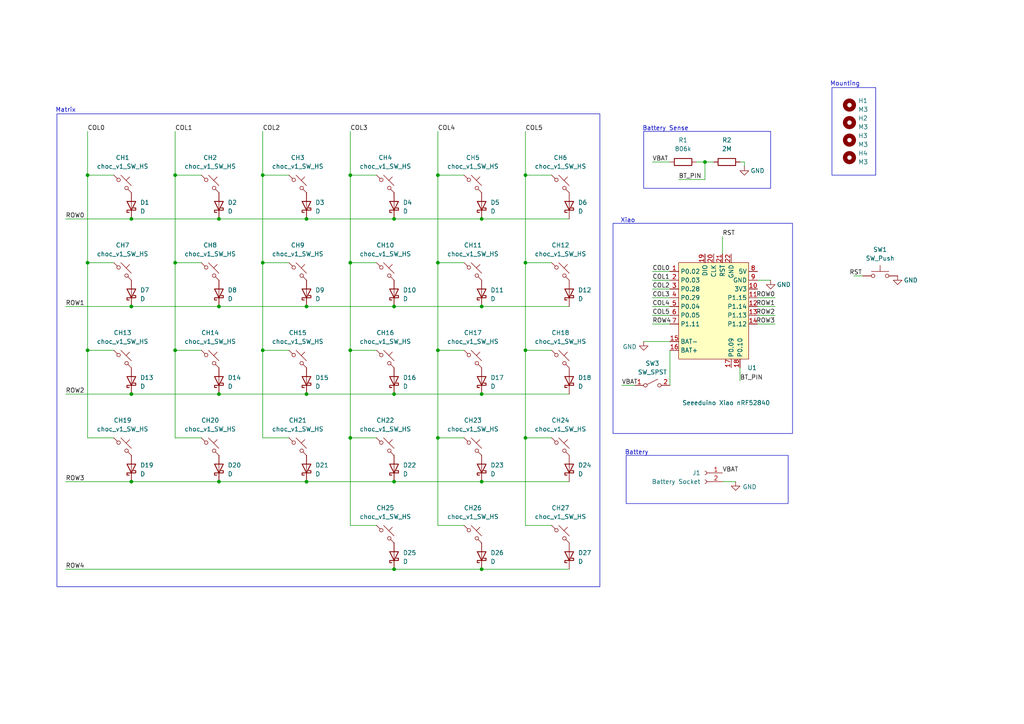
<source format=kicad_sch>
(kicad_sch (version 20250114) (generator "eeschema") (generator_version "9.0")
  (paper "A4")
  (lib_symbols
    (symbol "Connector:Conn_01x02_Socket" (pin_names (offset 1.016) (hide yes))
      (property "Reference" "J" (at 0 2.54 0))
      (property "Value" "Conn_01x02_Socket" (at 0 -5.08 0))
      (symbol "Conn_01x02_Socket_1_1"
        (polyline (pts (xy -1.27 0) (xy -0.508 0)) (stroke (width 0.1524)))
        (polyline (pts (xy -1.27 -2.54) (xy -0.508 -2.54)) (stroke (width 0.1524)))
        (arc (start 0 -0.508) (mid -0.5058 0) (end 0 0.508) (stroke (width 0.1524)))
        (arc (start 0 -3.048) (mid -0.5058 -2.54) (end 0 -2.032) (stroke (width 0.1524)))
        (pin passive line (at -5.08 0 0) (length 3.81) (name "Pin_1") (number "1"))
        (pin passive line (at -5.08 -2.54 0) (length 3.81) (name "Pin_2") (number "2"))
      )
    )
    (symbol "Device:R" (pin_numbers (hide yes)) (pin_names (offset 0))
      (property "Reference" "R" (at 2.032 0 90))
      (property "Value" "R" (at 0 0 90))
      (symbol "R_0_1"
        (rectangle (start -1.016 -2.54) (end 1.016 2.54) (stroke (width 0.254)))
      )
      (symbol "R_1_1"
        (pin passive line (at 0 3.81 270) (length 1.27) (name "~") (number "1"))
        (pin passive line (at 0 -3.81 90) (length 1.27) (name "~") (number "2"))
      )
    )
    (symbol "Diode:1N5819" (pin_numbers (hide yes)) (pin_names (offset 1.016) (hide yes))
      (property "Reference" "D" (at 0 2.54 0))
      (property "Value" "1N5819" (at 0 -2.54 0))
      (symbol "1N5819_0_1"
        (polyline (pts (xy -1.905 0.635) (xy -1.905 1.27) (xy -1.27 1.27) (xy -1.27 -1.27) (xy -0.635 -1.27) (xy -0.635 -0.635)) (stroke (width 0.254)))
        (polyline (pts (xy 1.27 1.27) (xy 1.27 -1.27) (xy -1.27 0) (xy 1.27 1.27)) (stroke (width 0.254)))
        (polyline (pts (xy 1.27 0) (xy -1.27 0)))
      )
      (symbol "1N5819_1_1"
        (pin passive line (at -3.81 0 0) (length 2.54) (name "K") (number "1"))
        (pin passive line (at 3.81 0 180) (length 2.54) (name "A") (number "2"))
      )
    )
    (symbol "Mechanical:MountingHole" (pin_names (offset 1.016)) (in_bom no)
      (property "Reference" "H" (at 0 5.08 0))
      (property "Value" "MountingHole" (at 0 3.175 0))
      (symbol "MountingHole_0_1"
        (circle (center 0 0) (radius 1.27) (stroke (width 1.27)))
      )
    )
    (symbol "PCM_marbastlib-choc:choc_v1_SW_HS_CPG135001S30" (pin_numbers (hide yes)) (pin_names (offset 1.016) (hide yes))
      (property "Reference" "CH" (at 3.048 1.016 0))
      (property "Value" "choc_v1_SW_HS" (at 0 -3.81 0))
      (symbol "choc_v1_SW_HS_CPG135001S30_0_1"
        (polyline (pts (xy -2.54 2.54) (xy -1.524 1.524) (xy -1.524 1.524)))
        (circle (center -1.1684 1.1684) (radius 0.508))
        (polyline (pts (xy -0.508 2.54) (xy 2.54 -0.508)))
        (polyline (pts (xy 1.016 1.016) (xy 2.032 2.032)))
        (circle (center 1.143 -1.1938) (radius 0.508))
        (polyline (pts (xy 1.524 -1.524) (xy 2.54 -2.54) (xy 2.54 -2.54) (xy 2.54 -2.54)))
        (pin passive line (at -2.54 2.54 0) (length 0) (name "1") (number "1"))
        (pin passive line (at 2.54 -2.54 180) (length 0) (name "2") (number "2"))
      )
    )
    (symbol "PCM_marbastlib-promicroish:Seeeduino_Xiao_nRF52840" (in_bom no)
      (property "Reference" "U" (at -10.16 -12.7 0))
      (property "Value" "Seeeduino Xiao nRF52840" (at -10.16 -15.24 0))
      (symbol "Seeeduino_Xiao_nRF52840_1_0"
        (pin bidirectional line (at -12.7 13.97 0) (length 2.54) (name "P0.02") (number "1"))
        (pin bidirectional line (at -12.7 11.43 0) (length 2.54) (name "P0.03") (number "2"))
        (pin bidirectional line (at -12.7 8.89 0) (length 2.54) (name "P0.28") (number "3"))
        (pin bidirectional line (at -12.7 6.35 0) (length 2.54) (name "P0.29") (number "4"))
        (pin bidirectional line (at -12.7 3.81 0) (length 2.54) (name "P0.04") (number "5"))
        (pin bidirectional line (at -12.7 1.27 0) (length 2.54) (name "P0.05") (number "6"))
        (pin bidirectional line (at -12.7 -1.27 0) (length 2.54) (name "P1.11") (number "7"))
        (pin power_in line (at -12.7 -6.35 0) (length 2.54) (name "BAT-") (number "15"))
        (pin power_in line (at -12.7 -8.89 0) (length 2.54) (name "BAT+") (number "16"))
        (pin bidirectional line (at -2.54 19.05 270) (length 2.54) (name "DIO") (number "19"))
        (pin bidirectional line (at 0 19.05 270) (length 2.54) (name "CLK") (number "20"))
        (pin bidirectional line (at 2.54 19.05 270) (length 2.54) (name "RST") (number "21"))
        (pin power_out line (at 5.08 19.05 270) (length 2.54) (name "GND") (number "22"))
        (pin bidirectional line (at 5.08 -13.97 90) (length 2.54) (name "P0.09") (number "17"))
        (pin bidirectional line (at 7.62 -13.97 90) (length 2.54) (name "P0.10") (number "18"))
        (pin power_out line (at 12.7 13.97 180) (length 2.54) (name "5V") (number "8"))
        (pin power_out line (at 12.7 11.43 180) (length 2.54) (name "GND") (number "9"))
        (pin power_out line (at 12.7 8.89 180) (length 2.54) (name "3V3") (number "10"))
        (pin bidirectional line (at 12.7 6.35 180) (length 2.54) (name "P1.15") (number "11"))
        (pin bidirectional line (at 12.7 3.81 180) (length 2.54) (name "P1.14") (number "12"))
        (pin bidirectional line (at 12.7 1.27 180) (length 2.54) (name "P1.13") (number "13"))
        (pin bidirectional line (at 12.7 -1.27 180) (length 2.54) (name "P1.12") (number "14"))
      )
      (symbol "Seeeduino_Xiao_nRF52840_1_1"
        (rectangle (start -10.16 16.51) (end 10.16 -11.43) (fill (type background)))
      )
    )
    (symbol "Switch:SW_Push" (pin_numbers (hide yes)) (pin_names (offset 1.016) (hide yes))
      (property "Reference" "SW" (at 1.27 2.54 0))
      (property "Value" "SW_Push" (at 0 -1.524 0))
      (symbol "SW_Push_0_1"
        (circle (center -2.032 0) (radius 0.508))
        (polyline (pts (xy 0 1.27) (xy 0 3.048)))
        (circle (center 2.032 0) (radius 0.508))
        (polyline (pts (xy 2.54 1.27) (xy -2.54 1.27)))
        (pin passive line (at -5.08 0 0) (length 2.54) (name "1") (number "1"))
        (pin passive line (at 5.08 0 180) (length 2.54) (name "2") (number "2"))
      )
    )
    (symbol "Switch:SW_SPST" (pin_names (offset 0) (hide yes))
      (property "Reference" "SW" (at 0 3.175 0))
      (property "Value" "SW_SPST" (at 0 -2.54 0))
      (symbol "SW_SPST_0_0"
        (circle (center -2.032 0) (radius 0.508))
        (polyline (pts (xy -1.524 0.254) (xy 1.524 1.778)))
        (circle (center 2.032 0) (radius 0.508))
      )
      (symbol "SW_SPST_1_1"
        (pin passive line (at -5.08 0 0) (length 2.54) (name "A") (number "1"))
        (pin passive line (at 5.08 0 180) (length 2.54) (name "B") (number "2"))
      )
    )
    (symbol "power:GND" (power) (pin_numbers (hide yes)) (pin_names (offset 0) (hide yes))
      (property "Value" "GND" (at 0 -3.81 0))
      (symbol "GND_0_1"
        (polyline (pts (xy 0 0) (xy 0 -1.27) (xy 1.27 -1.27) (xy 0 -2.54) (xy -1.27 -1.27) (xy 0 -1.27)))
      )
      (symbol "GND_1_1"
        (pin power_in line (at 0 0 270) (length 0) (name "~") (number "1"))
      )
    )
  )
  (rectangle (start 241.3 25.4) (end 254 50.8))
  (rectangle (start 181.61 132.08) (end 228.6 146.05))
  (rectangle (start 16.51 33.02) (end 173.99 170.18))
  (rectangle (start 177.8 64.77) (end 229.87 125.73))
  (rectangle (start 186.69 38.1) (end 223.52 54.61))
  (text "Battery Sense" (at 193.04 37.338 0) (effects (font (size 1.27 1.27))))
  (text "Xiao" (at 182.118 64.008 0) (effects (font (size 1.27 1.27))))
  (text "Mounting" (at 245.11 24.384 0) (effects (font (size 1.27 1.27))))
  (text "Battery" (at 184.658 131.318 0) (effects (font (size 1.27 1.27))))
  (text "Matrix" (at 19.05 32.004 0) (effects (font (size 1.27 1.27))))
  (junction (at 127 127))
  (junction (at 76.2 101.6))
  (junction (at 63.5 88.9))
  (junction (at 25.4 76.2))
  (junction (at 88.9 63.5))
  (junction (at 204.47 46.99))
  (junction (at 38.1 63.5))
  (junction (at 114.3 63.5))
  (junction (at 114.3 114.3))
  (junction (at 139.7 63.5))
  (junction (at 114.3 139.7))
  (junction (at 127 50.8))
  (junction (at 63.5 63.5))
  (junction (at 139.7 88.9))
  (junction (at 139.7 114.3))
  (junction (at 152.4 101.6))
  (junction (at 88.9 88.9))
  (junction (at 50.8 76.2))
  (junction (at 25.4 101.6))
  (junction (at 88.9 139.7))
  (junction (at 139.7 165.1))
  (junction (at 63.5 114.3))
  (junction (at 127 101.6))
  (junction (at 114.3 88.9))
  (junction (at 127 76.2))
  (junction (at 25.4 50.8))
  (junction (at 38.1 114.3))
  (junction (at 101.6 127))
  (junction (at 88.9 114.3))
  (junction (at 50.8 101.6))
  (junction (at 76.2 76.2))
  (junction (at 50.8 50.8))
  (junction (at 76.2 50.8))
  (junction (at 101.6 50.8))
  (junction (at 38.1 88.9))
  (junction (at 152.4 127))
  (junction (at 152.4 76.2))
  (junction (at 63.5 139.7))
  (junction (at 38.1 139.7))
  (junction (at 101.6 101.6))
  (junction (at 101.6 76.2))
  (junction (at 152.4 50.8))
  (junction (at 114.3 165.1))
  (junction (at 139.7 139.7))
  (wire (pts (xy 38.1 88.9) (xy 63.5 88.9)))
  (wire (pts (xy 127 127) (xy 127 152.4)))
  (wire (pts (xy 25.4 50.8) (xy 33.02 50.8)))
  (wire (pts (xy 114.3 139.7) (xy 139.7 139.7)))
  (wire (pts (xy 114.3 88.9) (xy 139.7 88.9)))
  (wire (pts (xy 76.2 127) (xy 83.82 127)))
  (wire (pts (xy 76.2 50.8) (xy 83.82 50.8)))
  (wire (pts (xy 25.4 38.1) (xy 25.4 50.8)))
  (wire (pts (xy 139.7 114.3) (xy 165.1 114.3)))
  (wire (pts (xy 219.71 81.28) (xy 223.52 81.28)))
  (wire (pts (xy 139.7 165.1) (xy 165.1 165.1)))
  (wire (pts (xy 101.6 101.6) (xy 101.6 127)))
  (wire (pts (xy 19.05 165.1) (xy 114.3 165.1)))
  (wire (pts (xy 204.47 52.07) (xy 196.85 52.07)))
  (wire (pts (xy 50.8 101.6) (xy 58.42 101.6)))
  (wire (pts (xy 204.47 46.99) (xy 204.47 52.07)))
  (wire (pts (xy 101.6 50.8) (xy 109.22 50.8)))
  (wire (pts (xy 63.5 114.3) (xy 88.9 114.3)))
  (wire (pts (xy 88.9 88.9) (xy 114.3 88.9)))
  (wire (pts (xy 101.6 101.6) (xy 109.22 101.6)))
  (wire (pts (xy 152.4 127) (xy 160.02 127)))
  (wire (pts (xy 189.23 78.74) (xy 194.31 78.74)))
  (wire (pts (xy 88.9 63.5) (xy 114.3 63.5)))
  (wire (pts (xy 152.4 76.2) (xy 160.02 76.2)))
  (wire (pts (xy 127 101.6) (xy 134.62 101.6)))
  (wire (pts (xy 76.2 101.6) (xy 83.82 101.6)))
  (wire (pts (xy 214.63 106.68) (xy 214.63 110.49)))
  (wire (pts (xy 152.4 76.2) (xy 152.4 101.6)))
  (wire (pts (xy 76.2 76.2) (xy 83.82 76.2)))
  (wire (pts (xy 152.4 50.8) (xy 152.4 76.2)))
  (wire (pts (xy 189.23 86.36) (xy 194.31 86.36)))
  (wire (pts (xy 189.23 93.98) (xy 194.31 93.98)))
  (wire (pts (xy 224.79 86.36) (xy 219.71 86.36)))
  (wire (pts (xy 152.4 38.1) (xy 152.4 50.8)))
  (wire (pts (xy 114.3 165.1) (xy 139.7 165.1)))
  (wire (pts (xy 134.62 152.4) (xy 127 152.4)))
  (wire (pts (xy 189.23 88.9) (xy 194.31 88.9)))
  (wire (pts (xy 189.23 83.82) (xy 194.31 83.82)))
  (wire (pts (xy 101.6 38.1) (xy 101.6 50.8)))
  (wire (pts (xy 201.93 46.99) (xy 204.47 46.99)))
  (wire (pts (xy 101.6 50.8) (xy 101.6 76.2)))
  (wire (pts (xy 215.9 46.99) (xy 215.9 48.26)))
  (wire (pts (xy 152.4 101.6) (xy 152.4 127)))
  (wire (pts (xy 25.4 127) (xy 33.02 127)))
  (wire (pts (xy 76.2 50.8) (xy 76.2 76.2)))
  (wire (pts (xy 50.8 127) (xy 58.42 127)))
  (wire (pts (xy 38.1 114.3) (xy 63.5 114.3)))
  (wire (pts (xy 127 38.1) (xy 127 50.8)))
  (wire (pts (xy 139.7 63.5) (xy 165.1 63.5)))
  (wire (pts (xy 209.55 68.58) (xy 209.55 73.66)))
  (wire (pts (xy 38.1 139.7) (xy 63.5 139.7)))
  (wire (pts (xy 127 127) (xy 134.62 127)))
  (wire (pts (xy 114.3 114.3) (xy 139.7 114.3)))
  (wire (pts (xy 114.3 63.5) (xy 139.7 63.5)))
  (wire (pts (xy 139.7 88.9) (xy 165.1 88.9)))
  (wire (pts (xy 139.7 139.7) (xy 165.1 139.7)))
  (wire (pts (xy 224.79 88.9) (xy 219.71 88.9)))
  (wire (pts (xy 204.47 46.99) (xy 207.01 46.99)))
  (wire (pts (xy 50.8 50.8) (xy 50.8 76.2)))
  (wire (pts (xy 127 76.2) (xy 127 101.6)))
  (wire (pts (xy 25.4 101.6) (xy 25.4 127)))
  (wire (pts (xy 101.6 76.2) (xy 109.22 76.2)))
  (wire (pts (xy 127 50.8) (xy 134.62 50.8)))
  (wire (pts (xy 25.4 76.2) (xy 33.02 76.2)))
  (wire (pts (xy 25.4 101.6) (xy 33.02 101.6)))
  (wire (pts (xy 101.6 127) (xy 101.6 152.4)))
  (wire (pts (xy 224.79 91.44) (xy 219.71 91.44)))
  (wire (pts (xy 19.05 88.9) (xy 38.1 88.9)))
  (wire (pts (xy 180.34 111.76) (xy 184.15 111.76)))
  (wire (pts (xy 88.9 114.3) (xy 114.3 114.3)))
  (wire (pts (xy 101.6 127) (xy 109.22 127)))
  (wire (pts (xy 25.4 50.8) (xy 25.4 76.2)))
  (wire (pts (xy 209.55 139.7) (xy 213.36 139.7)))
  (wire (pts (xy 189.23 81.28) (xy 194.31 81.28)))
  (wire (pts (xy 101.6 76.2) (xy 101.6 101.6)))
  (wire (pts (xy 101.6 152.4) (xy 109.22 152.4)))
  (wire (pts (xy 214.63 46.99) (xy 215.9 46.99)))
  (wire (pts (xy 25.4 76.2) (xy 25.4 101.6)))
  (wire (pts (xy 50.8 38.1) (xy 50.8 50.8)))
  (wire (pts (xy 76.2 76.2) (xy 76.2 101.6)))
  (wire (pts (xy 19.05 63.5) (xy 38.1 63.5)))
  (wire (pts (xy 152.4 50.8) (xy 160.02 50.8)))
  (wire (pts (xy 160.02 152.4) (xy 152.4 152.4)))
  (wire (pts (xy 194.31 101.6) (xy 194.31 111.76)))
  (wire (pts (xy 189.23 46.99) (xy 194.31 46.99)))
  (wire (pts (xy 38.1 63.5) (xy 63.5 63.5)))
  (wire (pts (xy 19.05 139.7) (xy 38.1 139.7)))
  (wire (pts (xy 76.2 38.1) (xy 76.2 50.8)))
  (wire (pts (xy 63.5 63.5) (xy 88.9 63.5)))
  (wire (pts (xy 152.4 127) (xy 152.4 152.4)))
  (wire (pts (xy 63.5 139.7) (xy 88.9 139.7)))
  (wire (pts (xy 50.8 50.8) (xy 58.42 50.8)))
  (wire (pts (xy 127 76.2) (xy 134.62 76.2)))
  (wire (pts (xy 76.2 101.6) (xy 76.2 127)))
  (wire (pts (xy 50.8 76.2) (xy 50.8 101.6)))
  (wire (pts (xy 63.5 88.9) (xy 88.9 88.9)))
  (wire (pts (xy 247.65 80.01) (xy 250.19 80.01)))
  (wire (pts (xy 19.05 114.3) (xy 38.1 114.3)))
  (wire (pts (xy 152.4 101.6) (xy 160.02 101.6)))
  (wire (pts (xy 186.69 99.06) (xy 194.31 99.06)))
  (wire (pts (xy 88.9 139.7) (xy 114.3 139.7)))
  (wire (pts (xy 50.8 76.2) (xy 58.42 76.2)))
  (wire (pts (xy 189.23 91.44) (xy 194.31 91.44)))
  (wire (pts (xy 127 50.8) (xy 127 76.2)))
  (wire (pts (xy 50.8 101.6) (xy 50.8 127)))
  (wire (pts (xy 127 101.6) (xy 127 127)))
  (wire (pts (xy 224.79 93.98) (xy 219.71 93.98)))
  (label "COL3" (at 101.6 38.1 0))
  (label "VBAT" (at 189.23 46.99 0))
  (label "RST" (at 209.55 68.58 0))
  (label "COL2" (at 189.23 83.82 0))
  (label "ROW1" (at 19.05 88.9 0))
  (label "COL0" (at 189.23 78.74 0))
  (label "ROW2" (at 224.79 91.44 180))
  (label "COL0" (at 25.4 38.1 0))
  (label "ROW0" (at 224.79 86.36 180))
  (label "COL4" (at 189.23 88.9 0))
  (label "ROW0" (at 19.05 63.5 0))
  (label "COL5" (at 152.4 38.1 0))
  (label "COL1" (at 50.8 38.1 0))
  (label "BT_PIN" (at 214.63 110.49 0))
  (label "ROW4" (at 19.05 165.1 0))
  (label "COL3" (at 189.23 86.36 0))
  (label "RST" (at 246.38 80.01 0))
  (label "COL4" (at 127 38.1 0))
  (label "VBAT" (at 209.55 137.16 0))
  (label "VBAT" (at 180.34 111.76 0))
  (label "COL1" (at 189.23 81.28 0))
  (label "ROW3" (at 224.79 93.98 180))
  (label "ROW4" (at 189.23 93.98 0))
  (label "BT_PIN" (at 196.85 52.07 0))
  (label "COL2" (at 76.2 38.1 0))
  (label "ROW2" (at 19.05 114.3 0))
  (label "COL5" (at 189.23 91.44 0))
  (label "ROW3" (at 19.05 139.7 0))
  (label "ROW1" (at 224.79 88.9 180))
  (symbol (lib_id "Diode:1N5819") (at 165.1 161.29 90) (unit 1)
    (property "Reference" "D27" (at 167.64 160.3374 90) (effects (justify right)))
    (property "Value" "D" (at 167.64 162.8774 90) (effects (justify right)))
    (property "Footprint" "Diode_SMD:D_SOD-123" (effects (hide yes)))
    (property "Datasheet" "http://www.vishay.com/docs/88525/1n5817.pdf" (effects (hide yes)))
    (property "Description" "40V 1A Schottky Barrier Rectifier Diode, DO-41" (effects (hide yes)))
    (property "Sim.Device" "D" (effects (hide yes)))
    (property "Sim.Pins" "1=K 2=A" (effects (hide yes)))
    (instances (project "split-keeb-v2" (path "" (reference "D27") (unit 1)) (path "" (reference "D54") (unit 1))))
  )
  (symbol (lib_id "power:GND") (at 213.36 139.7 0) (unit 1)
    (property "Reference" "#PWR03" (effects (hide yes)))
    (property "Value" "GND" (at 217.424 141.224 0))
    (property "Description" "Power symbol creates a global label with name \"GND\" , ground" (effects (hide yes)))
    (instances (project "split-keeb-v2" (path "" (reference "#PWR03") (unit 1)) (path "" (reference "#PWR04") (unit 1))))
  )
  (symbol (lib_id "Diode:1N5819") (at 63.5 110.49 90) (unit 1)
    (property "Reference" "D14" (at 66.04 109.5374 90) (effects (justify right)))
    (property "Value" "D" (at 66.04 112.0774 90) (effects (justify right)))
    (property "Footprint" "Diode_SMD:D_SOD-123" (effects (hide yes)))
    (property "Datasheet" "http://www.vishay.com/docs/88525/1n5817.pdf" (effects (hide yes)))
    (property "Description" "40V 1A Schottky Barrier Rectifier Diode, DO-41" (effects (hide yes)))
    (property "Sim.Device" "D" (effects (hide yes)))
    (property "Sim.Pins" "1=K 2=A" (effects (hide yes)))
    (instances (project "split-keeb-v2" (path "" (reference "D14") (unit 1)) (path "" (reference "D34") (unit 1))))
  )
  (symbol (lib_id "Diode:1N5819") (at 88.9 85.09 90) (unit 1)
    (property "Reference" "D9" (at 91.44 84.1374 90) (effects (justify right)))
    (property "Value" "D" (at 91.44 86.6774 90) (effects (justify right)))
    (property "Footprint" "Diode_SMD:D_SOD-123" (effects (hide yes)))
    (property "Datasheet" "http://www.vishay.com/docs/88525/1n5817.pdf" (effects (hide yes)))
    (property "Description" "40V 1A Schottky Barrier Rectifier Diode, DO-41" (effects (hide yes)))
    (property "Sim.Device" "D" (effects (hide yes)))
    (property "Sim.Pins" "1=K 2=A" (effects (hide yes)))
    (instances (project "split-keeb-v2" (path "" (reference "D9") (unit 1)) (path "" (reference "D37") (unit 1))))
  )
  (symbol (lib_id "PCM_marbastlib-choc:choc_v1_SW_HS_CPG135001S30") (at 111.76 129.54 0) (unit 1)
    (property "Reference" "CH22" (at 111.76 121.92 0))
    (property "Value" "choc_v1_SW_HS" (at 111.76 124.46 0))
    (property "Footprint" "PCM_marbastlib-choc:SW_choc_v1_HS_CPG135001S30_1u" (effects (hide yes)))
    (property "Description" "Push button switch, normally open, two pins, 45° tilted" (effects (hide yes)))
    (instances (project "split-keeb-v2" (path "" (reference "CH22") (unit 1)) (path "" (reference "CH49") (unit 1))))
  )
  (symbol (lib_id "Diode:1N5819") (at 165.1 135.89 90) (unit 1)
    (property "Reference" "D24" (at 167.64 134.9374 90) (effects (justify right)))
    (property "Value" "D" (at 167.64 137.4774 90) (effects (justify right)))
    (property "Footprint" "Diode_SMD:D_SOD-123" (effects (hide yes)))
    (property "Datasheet" "http://www.vishay.com/docs/88525/1n5817.pdf" (effects (hide yes)))
    (property "Description" "40V 1A Schottky Barrier Rectifier Diode, DO-41" (effects (hide yes)))
    (property "Sim.Device" "D" (effects (hide yes)))
    (property "Sim.Pins" "1=K 2=A" (effects (hide yes)))
    (instances (project "split-keeb-v2" (path "" (reference "D24") (unit 1)) (path "" (reference "D53") (unit 1))))
  )
  (symbol (lib_id "PCM_marbastlib-choc:choc_v1_SW_HS_CPG135001S30") (at 137.16 129.54 0) (unit 1)
    (property "Reference" "CH23" (at 137.16 121.92 0))
    (property "Value" "choc_v1_SW_HS" (at 137.16 124.46 0))
    (property "Footprint" "PCM_marbastlib-choc:SW_choc_v1_HS_CPG135001S30_1u" (effects (hide yes)))
    (property "Description" "Push button switch, normally open, two pins, 45° tilted" (effects (hide yes)))
    (instances (project "split-keeb-v2" (path "" (reference "CH23") (unit 1)) (path "" (reference "CH50") (unit 1))))
  )
  (symbol (lib_id "Diode:1N5819") (at 139.7 135.89 90) (unit 1)
    (property "Reference" "D23" (at 142.24 134.9374 90) (effects (justify right)))
    (property "Value" "D" (at 142.24 137.4774 90) (effects (justify right)))
    (property "Footprint" "Diode_SMD:D_SOD-123" (effects (hide yes)))
    (property "Datasheet" "http://www.vishay.com/docs/88525/1n5817.pdf" (effects (hide yes)))
    (property "Description" "40V 1A Schottky Barrier Rectifier Diode, DO-41" (effects (hide yes)))
    (property "Sim.Device" "D" (effects (hide yes)))
    (property "Sim.Pins" "1=K 2=A" (effects (hide yes)))
    (instances (project "split-keeb-v2" (path "" (reference "D23") (unit 1)) (path "" (reference "D48") (unit 1))))
  )
  (symbol (lib_id "Diode:1N5819") (at 114.3 135.89 90) (unit 1)
    (property "Reference" "D22" (at 116.84 134.9374 90) (effects (justify right)))
    (property "Value" "D" (at 116.84 137.4774 90) (effects (justify right)))
    (property "Footprint" "Diode_SMD:D_SOD-123" (effects (hide yes)))
    (property "Datasheet" "http://www.vishay.com/docs/88525/1n5817.pdf" (effects (hide yes)))
    (property "Description" "40V 1A Schottky Barrier Rectifier Diode, DO-41" (effects (hide yes)))
    (property "Sim.Device" "D" (effects (hide yes)))
    (property "Sim.Pins" "1=K 2=A" (effects (hide yes)))
    (instances (project "split-keeb-v2" (path "" (reference "D22") (unit 1)) (path "" (reference "D43") (unit 1))))
  )
  (symbol (lib_id "PCM_marbastlib-choc:choc_v1_SW_HS_CPG135001S30") (at 60.96 104.14 0) (unit 1)
    (property "Reference" "CH14" (at 60.96 96.52 0))
    (property "Value" "choc_v1_SW_HS" (at 60.96 99.06 0))
    (property "Footprint" "PCM_marbastlib-choc:SW_choc_v1_HS_CPG135001S30_1u" (effects (hide yes)))
    (property "Description" "Push button switch, normally open, two pins, 45° tilted" (effects (hide yes)))
    (instances (project "split-keeb-v2" (path "" (reference "CH14") (unit 1)) (path "" (reference "CH41") (unit 1))))
  )
  (symbol (lib_id "Diode:1N5819") (at 88.9 59.69 90) (unit 1)
    (property "Reference" "D3" (at 91.44 58.7374 90) (effects (justify right)))
    (property "Value" "D" (at 91.44 61.2774 90) (effects (justify right)))
    (property "Footprint" "Diode_SMD:D_SOD-123" (effects (hide yes)))
    (property "Datasheet" "http://www.vishay.com/docs/88525/1n5817.pdf" (effects (hide yes)))
    (property "Description" "40V 1A Schottky Barrier Rectifier Diode, DO-41" (effects (hide yes)))
    (property "Sim.Device" "D" (effects (hide yes)))
    (property "Sim.Pins" "1=K 2=A" (effects (hide yes)))
    (instances (project "split-keeb-v2" (path "" (reference "D3") (unit 1)) (path "" (reference "D36") (unit 1))))
  )
  (symbol (lib_id "Device:R") (at 198.12 46.99 90) (unit 1)
    (property "Reference" "R1" (at 198.12 40.64 90))
    (property "Value" "806k" (at 198.12 43.18 90))
    (property "Footprint" "Resistor_SMD:R_0805_2012Metric" (effects (hide yes)))
    (property "Description" "Resistor" (effects (hide yes)))
    (instances (project "" (path "" (reference "R1") (unit 1)) (path "" (reference "R3") (unit 1))))
  )
  (symbol (lib_id "PCM_marbastlib-choc:choc_v1_SW_HS_CPG135001S30") (at 60.96 129.54 0) (unit 1)
    (property "Reference" "CH20" (at 60.96 121.92 0))
    (property "Value" "choc_v1_SW_HS" (at 60.96 124.46 0))
    (property "Footprint" "PCM_marbastlib-choc:SW_choc_v1_HS_CPG135001S30_1u" (effects (hide yes)))
    (property "Description" "Push button switch, normally open, two pins, 45° tilted" (effects (hide yes)))
    (instances (project "split-keeb-v2" (path "" (reference "CH20") (unit 1)) (path "" (reference "CH47") (unit 1))))
  )
  (symbol (lib_id "PCM_marbastlib-choc:choc_v1_SW_HS_CPG135001S30") (at 111.76 104.14 0) (unit 1)
    (property "Reference" "CH16" (at 111.76 96.52 0))
    (property "Value" "choc_v1_SW_HS" (at 111.76 99.06 0))
    (property "Footprint" "PCM_marbastlib-choc:SW_choc_v1_HS_CPG135001S30_1u" (effects (hide yes)))
    (property "Description" "Push button switch, normally open, two pins, 45° tilted" (effects (hide yes)))
    (instances (project "split-keeb-v2" (path "" (reference "CH16") (unit 1)) (path "" (reference "CH43") (unit 1))))
  )
  (symbol (lib_id "Diode:1N5819") (at 139.7 161.29 90) (unit 1)
    (property "Reference" "D26" (at 142.24 160.3374 90) (effects (justify right)))
    (property "Value" "D" (at 142.24 162.8774 90) (effects (justify right)))
    (property "Footprint" "Diode_SMD:D_SOD-123" (effects (hide yes)))
    (property "Datasheet" "http://www.vishay.com/docs/88525/1n5817.pdf" (effects (hide yes)))
    (property "Description" "40V 1A Schottky Barrier Rectifier Diode, DO-41" (effects (hide yes)))
    (property "Sim.Device" "D" (effects (hide yes)))
    (property "Sim.Pins" "1=K 2=A" (effects (hide yes)))
    (instances (project "split-keeb-v2" (path "" (reference "D26") (unit 1)) (path "" (reference "D49") (unit 1))))
  )
  (symbol (lib_id "PCM_marbastlib-choc:choc_v1_SW_HS_CPG135001S30") (at 111.76 154.94 0) (unit 1)
    (property "Reference" "CH25" (at 111.76 147.32 0))
    (property "Value" "choc_v1_SW_HS" (at 111.76 149.86 0))
    (property "Footprint" "PCM_marbastlib-choc:SW_choc_v1_HS_CPG135001S30_1u" (effects (hide yes)))
    (property "Description" "Push button switch, normally open, two pins, 45° tilted" (effects (hide yes)))
    (instances (project "split-keeb-v2" (path "" (reference "CH25") (unit 1)) (path "" (reference "CH52") (unit 1))))
  )
  (symbol (lib_id "Switch:SW_SPST") (at 189.23 111.76 0) (unit 1)
    (property "Reference" "SW3" (at 189.23 105.41 0))
    (property "Value" "SW_SPST" (at 189.23 107.95 0))
    (property "Description" "Single Pole Single Throw (SPST) switch" (effects (hide yes)))
    (instances (project "" (path "" (reference "SW3") (unit 1)) (path "" (reference "SW4") (unit 1))))
  )
  (symbol (lib_id "Diode:1N5819") (at 88.9 135.89 90) (unit 1)
    (property "Reference" "D21" (at 91.44 134.9374 90) (effects (justify right)))
    (property "Value" "D" (at 91.44 137.4774 90) (effects (justify right)))
    (property "Footprint" "Diode_SMD:D_SOD-123" (effects (hide yes)))
    (property "Datasheet" "http://www.vishay.com/docs/88525/1n5817.pdf" (effects (hide yes)))
    (property "Description" "40V 1A Schottky Barrier Rectifier Diode, DO-41" (effects (hide yes)))
    (property "Sim.Device" "D" (effects (hide yes)))
    (property "Sim.Pins" "1=K 2=A" (effects (hide yes)))
    (instances (project "split-keeb-v2" (path "" (reference "D21") (unit 1)) (path "" (reference "D39") (unit 1))))
  )
  (symbol (lib_id "Diode:1N5819") (at 38.1 85.09 90) (unit 1)
    (property "Reference" "D7" (at 40.64 84.1374 90) (effects (justify right)))
    (property "Value" "D" (at 40.64 86.6774 90) (effects (justify right)))
    (property "Footprint" "Diode_SMD:D_SOD-123" (effects (hide yes)))
    (property "Datasheet" "http://www.vishay.com/docs/88525/1n5817.pdf" (effects (hide yes)))
    (property "Description" "40V 1A Schottky Barrier Rectifier Diode, DO-41" (effects (hide yes)))
    (property "Sim.Device" "D" (effects (hide yes)))
    (property "Sim.Pins" "1=K 2=A" (effects (hide yes)))
    (instances (project "split-keeb-v2" (path "" (reference "D7") (unit 1)) (path "" (reference "D29") (unit 1))))
  )
  (symbol (lib_id "Diode:1N5819") (at 63.5 59.69 90) (unit 1)
    (property "Reference" "D2" (at 66.04 58.7374 90) (effects (justify right)))
    (property "Value" "D" (at 66.04 61.2774 90) (effects (justify right)))
    (property "Footprint" "Diode_SMD:D_SOD-123" (effects (hide yes)))
    (property "Datasheet" "http://www.vishay.com/docs/88525/1n5817.pdf" (effects (hide yes)))
    (property "Description" "40V 1A Schottky Barrier Rectifier Diode, DO-41" (effects (hide yes)))
    (property "Sim.Device" "D" (effects (hide yes)))
    (property "Sim.Pins" "1=K 2=A" (effects (hide yes)))
    (instances (project "split-keeb-v2" (path "" (reference "D2") (unit 1)) (path "" (reference "D32") (unit 1))))
  )
  (symbol (lib_id "Diode:1N5819") (at 165.1 85.09 90) (unit 1)
    (property "Reference" "D12" (at 167.64 84.1374 90) (effects (justify right)))
    (property "Value" "D" (at 167.64 86.6774 90) (effects (justify right)))
    (property "Footprint" "Diode_SMD:D_SOD-123" (effects (hide yes)))
    (property "Datasheet" "http://www.vishay.com/docs/88525/1n5817.pdf" (effects (hide yes)))
    (property "Description" "40V 1A Schottky Barrier Rectifier Diode, DO-41" (effects (hide yes)))
    (property "Sim.Device" "D" (effects (hide yes)))
    (property "Sim.Pins" "1=K 2=A" (effects (hide yes)))
    (instances (project "split-keeb-v2" (path "" (reference "D12") (unit 1)) (path "" (reference "D51") (unit 1))))
  )
  (symbol (lib_id "Device:R") (at 210.82 46.99 90) (unit 1)
    (property "Reference" "R2" (at 210.82 40.64 90))
    (property "Value" "2M" (at 210.82 43.18 90))
    (property "Footprint" "Resistor_SMD:R_0805_2012Metric" (effects (hide yes)))
    (property "Description" "Resistor" (effects (hide yes)))
    (instances (project "split-keeb-v2" (path "" (reference "R2") (unit 1)) (path "" (reference "R4") (unit 1))))
  )
  (symbol (lib_id "PCM_marbastlib-choc:choc_v1_SW_HS_CPG135001S30") (at 162.56 154.94 0) (unit 1)
    (property "Reference" "CH27" (at 162.56 147.32 0))
    (property "Value" "choc_v1_SW_HS" (at 162.56 149.86 0))
    (property "Footprint" "PCM_marbastlib-choc:SW_choc_v1_HS_CPG135001S30_1u" (effects (hide yes)))
    (property "Description" "Push button switch, normally open, two pins, 45° tilted" (effects (hide yes)))
    (instances (project "split-keeb-v2" (path "" (reference "CH27") (unit 1)) (path "" (reference "CH54") (unit 1))))
  )
  (symbol (lib_id "Mechanical:MountingHole") (at 246.38 45.72 0) (unit 1) (in_bom no)
    (property "Reference" "H4" (at 248.92 44.4499 0) (effects (justify left)))
    (property "Value" "M3" (at 248.92 46.9899 0) (effects (justify left)))
    (property "Footprint" "MountingHole:MountingHole_3.2mm_M3" (effects (hide yes)))
    (property "Description" "Mounting Hole without connection" (effects (hide yes)))
    (instances (project "split-keeb-v2" (path "" (reference "H4") (unit 1)) (path "" (reference "H8") (unit 1))))
  )
  (symbol (lib_id "PCM_marbastlib-choc:choc_v1_SW_HS_CPG135001S30") (at 137.16 154.94 0) (unit 1)
    (property "Reference" "CH26" (at 137.16 147.32 0))
    (property "Value" "choc_v1_SW_HS" (at 137.16 149.86 0))
    (property "Footprint" "PCM_marbastlib-choc:SW_choc_v1_HS_CPG135001S30_1u" (effects (hide yes)))
    (property "Description" "Push button switch, normally open, two pins, 45° tilted" (effects (hide yes)))
    (instances (project "split-keeb-v2" (path "" (reference "CH26") (unit 1)) (path "" (reference "CH53") (unit 1))))
  )
  (symbol (lib_id "PCM_marbastlib-promicroish:Seeeduino_Xiao_nRF52840") (at 207.01 92.71 0) (unit 1) (in_bom no)
    (property "Reference" "U1" (at 216.7733 106.68 0) (effects (justify left)))
    (property "Value" "Seeeduino Xiao nRF52840" (at 197.866 116.84 0) (effects (justify left)))
    (property "Footprint" "PCM_marbastlib-xp-promicroish:Xiao_nRF52840_ACH" (effects (hide yes)))
    (property "Description" "Symbol for a Seeeduino Xiao nRF52840" (effects (hide yes)))
    (instances (project "" (path "" (reference "U1") (unit 1)) (path "" (reference "U2") (unit 1))))
  )
  (symbol (lib_id "PCM_marbastlib-choc:choc_v1_SW_HS_CPG135001S30") (at 35.56 78.74 0) (unit 1)
    (property "Reference" "CH7" (at 35.56 71.12 0))
    (property "Value" "choc_v1_SW_HS" (at 35.56 73.66 0))
    (property "Footprint" "PCM_marbastlib-choc:SW_choc_v1_HS_CPG135001S30_1u" (effects (hide yes)))
    (property "Description" "Push button switch, normally open, two pins, 45° tilted" (effects (hide yes)))
    (instances (project "split-keeb-v2" (path "" (reference "CH7") (unit 1)) (path "" (reference "CH34") (unit 1))))
  )
  (symbol (lib_id "Diode:1N5819") (at 114.3 59.69 90) (unit 1)
    (property "Reference" "D4" (at 116.84 58.7374 90) (effects (justify right)))
    (property "Value" "D" (at 116.84 61.2774 90) (effects (justify right)))
    (property "Footprint" "Diode_SMD:D_SOD-123" (effects (hide yes)))
    (property "Datasheet" "http://www.vishay.com/docs/88525/1n5817.pdf" (effects (hide yes)))
    (property "Description" "40V 1A Schottky Barrier Rectifier Diode, DO-41" (effects (hide yes)))
    (property "Sim.Device" "D" (effects (hide yes)))
    (property "Sim.Pins" "1=K 2=A" (effects (hide yes)))
    (instances (project "split-keeb-v2" (path "" (reference "D4") (unit 1)) (path "" (reference "D40") (unit 1))))
  )
  (symbol (lib_id "Mechanical:MountingHole") (at 246.38 40.64 0) (unit 1) (in_bom no)
    (property "Reference" "H3" (at 248.92 39.3699 0) (effects (justify left)))
    (property "Value" "M3" (at 248.92 41.9099 0) (effects (justify left)))
    (property "Footprint" "MountingHole:MountingHole_3.2mm_M3" (effects (hide yes)))
    (property "Description" "Mounting Hole without connection" (effects (hide yes)))
    (instances (project "split-keeb-v2" (path "" (reference "H3") (unit 1)) (path "" (reference "H7") (unit 1))))
  )
  (symbol (lib_id "Diode:1N5819") (at 88.9 110.49 90) (unit 1)
    (property "Reference" "D15" (at 91.44 109.5374 90) (effects (justify right)))
    (property "Value" "D" (at 91.44 112.0774 90) (effects (justify right)))
    (property "Footprint" "Diode_SMD:D_SOD-123" (effects (hide yes)))
    (property "Datasheet" "http://www.vishay.com/docs/88525/1n5817.pdf" (effects (hide yes)))
    (property "Description" "40V 1A Schottky Barrier Rectifier Diode, DO-41" (effects (hide yes)))
    (property "Sim.Device" "D" (effects (hide yes)))
    (property "Sim.Pins" "1=K 2=A" (effects (hide yes)))
    (instances (project "split-keeb-v2" (path "" (reference "D15") (unit 1)) (path "" (reference "D38") (unit 1))))
  )
  (symbol (lib_id "power:GND") (at 223.52 81.28 0) (unit 1)
    (property "Reference" "#PWR08" (effects (hide yes)))
    (property "Value" "GND" (at 227.33 82.55 0))
    (property "Description" "Power symbol creates a global label with name \"GND\" , ground" (effects (hide yes)))
    (instances (project "" (path "" (reference "#PWR08") (unit 1)) (path "" (reference "#PWR0101") (unit 1))))
  )
  (symbol (lib_id "Diode:1N5819") (at 165.1 59.69 90) (unit 1)
    (property "Reference" "D6" (at 167.64 58.7374 90) (effects (justify right)))
    (property "Value" "D" (at 167.64 61.2774 90) (effects (justify right)))
    (property "Footprint" "Diode_SMD:D_SOD-123" (effects (hide yes)))
    (property "Datasheet" "http://www.vishay.com/docs/88525/1n5817.pdf" (effects (hide yes)))
    (property "Description" "40V 1A Schottky Barrier Rectifier Diode, DO-41" (effects (hide yes)))
    (property "Sim.Device" "D" (effects (hide yes)))
    (property "Sim.Pins" "1=K 2=A" (effects (hide yes)))
    (instances (project "split-keeb-v2" (path "" (reference "D6") (unit 1)) (path "" (reference "D50") (unit 1))))
  )
  (symbol (lib_id "PCM_marbastlib-choc:choc_v1_SW_HS_CPG135001S30") (at 111.76 53.34 0) (unit 1)
    (property "Reference" "CH4" (at 111.76 45.72 0))
    (property "Value" "choc_v1_SW_HS" (at 111.76 48.26 0))
    (property "Footprint" "PCM_marbastlib-choc:SW_choc_v1_HS_CPG135001S30_1u" (effects (hide yes)))
    (property "Description" "Push button switch, normally open, two pins, 45° tilted" (effects (hide yes)))
    (instances (project "split-keeb-v2" (path "" (reference "CH4") (unit 1)) (path "" (reference "CH31") (unit 1))))
  )
  (symbol (lib_id "Diode:1N5819") (at 38.1 59.69 90) (unit 1)
    (property "Reference" "D1" (at 40.64 58.7374 90) (effects (justify right)))
    (property "Value" "D" (at 40.64 61.2774 90) (effects (justify right)))
    (property "Footprint" "Diode_SMD:D_SOD-123" (effects (hide yes)))
    (property "Datasheet" "http://www.vishay.com/docs/88525/1n5817.pdf" (effects (hide yes)))
    (property "Description" "40V 1A Schottky Barrier Rectifier Diode, DO-41" (effects (hide yes)))
    (property "Sim.Device" "D" (effects (hide yes)))
    (property "Sim.Pins" "1=K 2=A" (effects (hide yes)))
    (instances (project "" (path "" (reference "D1") (unit 1)) (path "" (reference "D28") (unit 1))))
  )
  (symbol (lib_id "Diode:1N5819") (at 63.5 85.09 90) (unit 1)
    (property "Reference" "D8" (at 66.04 84.1374 90) (effects (justify right)))
    (property "Value" "D" (at 66.04 86.6774 90) (effects (justify right)))
    (property "Footprint" "Diode_SMD:D_SOD-123" (effects (hide yes)))
    (property "Datasheet" "http://www.vishay.com/docs/88525/1n5817.pdf" (effects (hide yes)))
    (property "Description" "40V 1A Schottky Barrier Rectifier Diode, DO-41" (effects (hide yes)))
    (property "Sim.Device" "D" (effects (hide yes)))
    (property "Sim.Pins" "1=K 2=A" (effects (hide yes)))
    (instances (project "split-keeb-v2" (path "" (reference "D8") (unit 1)) (path "" (reference "D33") (unit 1))))
  )
  (symbol (lib_id "Diode:1N5819") (at 139.7 110.49 90) (unit 1)
    (property "Reference" "D17" (at 142.24 109.5374 90) (effects (justify right)))
    (property "Value" "D" (at 142.24 112.0774 90) (effects (justify right)))
    (property "Footprint" "Diode_SMD:D_SOD-123" (effects (hide yes)))
    (property "Datasheet" "http://www.vishay.com/docs/88525/1n5817.pdf" (effects (hide yes)))
    (property "Description" "40V 1A Schottky Barrier Rectifier Diode, DO-41" (effects (hide yes)))
    (property "Sim.Device" "D" (effects (hide yes)))
    (property "Sim.Pins" "1=K 2=A" (effects (hide yes)))
    (instances (project "split-keeb-v2" (path "" (reference "D17") (unit 1)) (path "" (reference "D47") (unit 1))))
  )
  (symbol (lib_id "Diode:1N5819") (at 114.3 161.29 90) (unit 1)
    (property "Reference" "D25" (at 116.84 160.3374 90) (effects (justify right)))
    (property "Value" "D" (at 116.84 162.8774 90) (effects (justify right)))
    (property "Footprint" "Diode_SMD:D_SOD-123" (effects (hide yes)))
    (property "Datasheet" "http://www.vishay.com/docs/88525/1n5817.pdf" (effects (hide yes)))
    (property "Description" "40V 1A Schottky Barrier Rectifier Diode, DO-41" (effects (hide yes)))
    (property "Sim.Device" "D" (effects (hide yes)))
    (property "Sim.Pins" "1=K 2=A" (effects (hide yes)))
    (instances (project "split-keeb-v2" (path "" (reference "D25") (unit 1)) (path "" (reference "D44") (unit 1))))
  )
  (symbol (lib_id "Diode:1N5819") (at 165.1 110.49 90) (unit 1)
    (property "Reference" "D18" (at 167.64 109.5374 90) (effects (justify right)))
    (property "Value" "D" (at 167.64 112.0774 90) (effects (justify right)))
    (property "Footprint" "Diode_SMD:D_SOD-123" (effects (hide yes)))
    (property "Datasheet" "http://www.vishay.com/docs/88525/1n5817.pdf" (effects (hide yes)))
    (property "Description" "40V 1A Schottky Barrier Rectifier Diode, DO-41" (effects (hide yes)))
    (property "Sim.Device" "D" (effects (hide yes)))
    (property "Sim.Pins" "1=K 2=A" (effects (hide yes)))
    (instances (project "split-keeb-v2" (path "" (reference "D18") (unit 1)) (path "" (reference "D52") (unit 1))))
  )
  (symbol (lib_id "Diode:1N5819") (at 38.1 110.49 90) (unit 1)
    (property "Reference" "D13" (at 40.64 109.5374 90) (effects (justify right)))
    (property "Value" "D" (at 40.64 112.0774 90) (effects (justify right)))
    (property "Footprint" "Diode_SMD:D_SOD-123" (effects (hide yes)))
    (property "Datasheet" "http://www.vishay.com/docs/88525/1n5817.pdf" (effects (hide yes)))
    (property "Description" "40V 1A Schottky Barrier Rectifier Diode, DO-41" (effects (hide yes)))
    (property "Sim.Device" "D" (effects (hide yes)))
    (property "Sim.Pins" "1=K 2=A" (effects (hide yes)))
    (instances (project "split-keeb-v2" (path "" (reference "D13") (unit 1)) (path "" (reference "D30") (unit 1))))
  )
  (symbol (lib_id "power:GND") (at 215.9 48.26 0) (unit 1)
    (property "Reference" "#PWR07" (effects (hide yes)))
    (property "Value" "GND" (at 219.71 49.53 0))
    (property "Description" "Power symbol creates a global label with name \"GND\" , ground" (effects (hide yes)))
    (instances (project "split-keeb-v2" (path "" (reference "#PWR07") (unit 1)) (path "" (reference "#PWR06") (unit 1))))
  )
  (symbol (lib_id "Connector:Conn_01x02_Socket") (at 204.47 137.16 0) (mirror y) (unit 1)
    (property "Reference" "J1" (at 203.2 137.1599 0) (effects (justify left)))
    (property "Value" "Battery Socket" (at 203.2 139.6999 0) (effects (justify left)))
    (property "Footprint" "PCM_marbastlib-various:CON_JST_ACH_BM02B" (effects (hide yes)))
    (property "Description" "Generic connector, single row, 01x02, script generated" (effects (hide yes)))
    (instances (project "" (path "" (reference "J1") (unit 1)) (path "" (reference "J2") (unit 1))))
  )
  (symbol (lib_id "Diode:1N5819") (at 114.3 110.49 90) (unit 1)
    (property "Reference" "D16" (at 116.84 109.5374 90) (effects (justify right)))
    (property "Value" "D" (at 116.84 112.0774 90) (effects (justify right)))
    (property "Footprint" "Diode_SMD:D_SOD-123" (effects (hide yes)))
    (property "Datasheet" "http://www.vishay.com/docs/88525/1n5817.pdf" (effects (hide yes)))
    (property "Description" "40V 1A Schottky Barrier Rectifier Diode, DO-41" (effects (hide yes)))
    (property "Sim.Device" "D" (effects (hide yes)))
    (property "Sim.Pins" "1=K 2=A" (effects (hide yes)))
    (instances (project "split-keeb-v2" (path "" (reference "D16") (unit 1)) (path "" (reference "D42") (unit 1))))
  )
  (symbol (lib_id "Diode:1N5819") (at 139.7 85.09 90) (unit 1)
    (property "Reference" "D11" (at 142.24 84.1374 90) (effects (justify right)))
    (property "Value" "D" (at 142.24 86.6774 90) (effects (justify right)))
    (property "Footprint" "Diode_SMD:D_SOD-123" (effects (hide yes)))
    (property "Datasheet" "http://www.vishay.com/docs/88525/1n5817.pdf" (effects (hide yes)))
    (property "Description" "40V 1A Schottky Barrier Rectifier Diode, DO-41" (effects (hide yes)))
    (property "Sim.Device" "D" (effects (hide yes)))
    (property "Sim.Pins" "1=K 2=A" (effects (hide yes)))
    (instances (project "split-keeb-v2" (path "" (reference "D11") (unit 1)) (path "" (reference "D46") (unit 1))))
  )
  (symbol (lib_id "PCM_marbastlib-choc:choc_v1_SW_HS_CPG135001S30") (at 60.96 78.74 0) (unit 1)
    (property "Reference" "CH8" (at 60.96 71.12 0))
    (property "Value" "choc_v1_SW_HS" (at 60.96 73.66 0))
    (property "Footprint" "PCM_marbastlib-choc:SW_choc_v1_HS_CPG135001S30_1u" (effects (hide yes)))
    (property "Description" "Push button switch, normally open, two pins, 45° tilted" (effects (hide yes)))
    (instances (project "split-keeb-v2" (path "" (reference "CH8") (unit 1)) (path "" (reference "CH35") (unit 1))))
  )
  (symbol (lib_id "PCM_marbastlib-choc:choc_v1_SW_HS_CPG135001S30") (at 111.76 78.74 0) (unit 1)
    (property "Reference" "CH10" (at 111.76 71.12 0))
    (property "Value" "choc_v1_SW_HS" (at 111.76 73.66 0))
    (property "Footprint" "PCM_marbastlib-choc:SW_choc_v1_HS_CPG135001S30_1u" (effects (hide yes)))
    (property "Description" "Push button switch, normally open, two pins, 45° tilted" (effects (hide yes)))
    (instances (project "split-keeb-v2" (path "" (reference "CH10") (unit 1)) (path "" (reference "CH37") (unit 1))))
  )
  (symbol (lib_id "PCM_marbastlib-choc:choc_v1_SW_HS_CPG135001S30") (at 60.96 53.34 0) (unit 1)
    (property "Reference" "CH2" (at 60.96 45.72 0))
    (property "Value" "choc_v1_SW_HS" (at 60.96 48.26 0))
    (property "Footprint" "PCM_marbastlib-choc:SW_choc_v1_HS_CPG135001S30_1u" (effects (hide yes)))
    (property "Description" "Push button switch, normally open, two pins, 45° tilted" (effects (hide yes)))
    (instances (project "split-keeb-v2" (path "" (reference "CH2") (unit 1)) (path "" (reference "CH29") (unit 1))))
  )
  (symbol (lib_id "Mechanical:MountingHole") (at 246.38 35.56 0) (unit 1) (in_bom no)
    (property "Reference" "H2" (at 248.92 34.2899 0) (effects (justify left)))
    (property "Value" "M3" (at 248.92 36.8299 0) (effects (justify left)))
    (property "Footprint" "MountingHole:MountingHole_3.2mm_M3" (effects (hide yes)))
    (property "Description" "Mounting Hole without connection" (effects (hide yes)))
    (instances (project "split-keeb-v2" (path "" (reference "H2") (unit 1)) (path "" (reference "H6") (unit 1))))
  )
  (symbol (lib_id "power:GND") (at 186.69 99.06 0) (mirror y) (unit 1)
    (property "Reference" "#PWR05" (effects (hide yes)))
    (property "Value" "GND" (at 182.626 100.584 0))
    (property "Description" "Power symbol creates a global label with name \"GND\" , ground" (effects (hide yes)))
    (instances (project "split-keeb-v2" (path "" (reference "#PWR05") (unit 1)) (path "" (reference "#PWR02") (unit 1))))
  )
  (symbol (lib_id "Diode:1N5819") (at 114.3 85.09 90) (unit 1)
    (property "Reference" "D10" (at 116.84 84.1374 90) (effects (justify right)))
    (property "Value" "D" (at 116.84 86.6774 90) (effects (justify right)))
    (property "Footprint" "Diode_SMD:D_SOD-123" (effects (hide yes)))
    (property "Datasheet" "http://www.vishay.com/docs/88525/1n5817.pdf" (effects (hide yes)))
    (property "Description" "40V 1A Schottky Barrier Rectifier Diode, DO-41" (effects (hide yes)))
    (property "Sim.Device" "D" (effects (hide yes)))
    (property "Sim.Pins" "1=K 2=A" (effects (hide yes)))
    (instances (project "split-keeb-v2" (path "" (reference "D10") (unit 1)) (path "" (reference "D41") (unit 1))))
  )
  (symbol (lib_id "PCM_marbastlib-choc:choc_v1_SW_HS_CPG135001S30") (at 35.56 53.34 0) (unit 1)
    (property "Reference" "CH1" (at 35.56 45.72 0))
    (property "Value" "choc_v1_SW_HS" (at 35.56 48.26 0))
    (property "Footprint" "PCM_marbastlib-choc:SW_choc_v1_HS_CPG135001S30_1u" (effects (hide yes)))
    (property "Description" "Push button switch, normally open, two pins, 45° tilted" (effects (hide yes)))
    (instances (project "" (path "" (reference "CH1") (unit 1)) (path "" (reference "CH28") (unit 1))))
  )
  (symbol (lib_id "Switch:SW_Push") (at 255.27 80.01 0) (unit 1)
    (property "Reference" "SW1" (at 255.27 72.39 0))
    (property "Value" "SW_Push" (at 255.27 74.93 0))
    (property "Description" "Push button switch, generic, two pins" (effects (hide yes)))
    (instances (project "" (path "" (reference "SW1") (unit 1)) (path "" (reference "SW2") (unit 1))))
  )
  (symbol (lib_id "PCM_marbastlib-choc:choc_v1_SW_HS_CPG135001S30") (at 162.56 78.74 0) (unit 1)
    (property "Reference" "CH12" (at 162.56 71.12 0))
    (property "Value" "choc_v1_SW_HS" (at 162.56 73.66 0))
    (property "Footprint" "PCM_marbastlib-choc:SW_choc_v1_HS_CPG135001S30_1u" (effects (hide yes)))
    (property "Description" "Push button switch, normally open, two pins, 45° tilted" (effects (hide yes)))
    (instances (project "split-keeb-v2" (path "" (reference "CH12") (unit 1)) (path "" (reference "CH39") (unit 1))))
  )
  (symbol (lib_id "PCM_marbastlib-choc:choc_v1_SW_HS_CPG135001S30") (at 86.36 53.34 0) (unit 1)
    (property "Reference" "CH3" (at 86.36 45.72 0))
    (property "Value" "choc_v1_SW_HS" (at 86.36 48.26 0))
    (property "Footprint" "PCM_marbastlib-choc:SW_choc_v1_HS_CPG135001S30_1u" (effects (hide yes)))
    (property "Description" "Push button switch, normally open, two pins, 45° tilted" (effects (hide yes)))
    (instances (project "split-keeb-v2" (path "" (reference "CH3") (unit 1)) (path "" (reference "CH30") (unit 1))))
  )
  (symbol (lib_id "PCM_marbastlib-choc:choc_v1_SW_HS_CPG135001S30") (at 137.16 104.14 0) (unit 1)
    (property "Reference" "CH17" (at 137.16 96.52 0))
    (property "Value" "choc_v1_SW_HS" (at 137.16 99.06 0))
    (property "Footprint" "PCM_marbastlib-choc:SW_choc_v1_HS_CPG135001S30_1u" (effects (hide yes)))
    (property "Description" "Push button switch, normally open, two pins, 45° tilted" (effects (hide yes)))
    (instances (project "split-keeb-v2" (path "" (reference "CH17") (unit 1)) (path "" (reference "CH44") (unit 1))))
  )
  (symbol (lib_id "PCM_marbastlib-choc:choc_v1_SW_HS_CPG135001S30") (at 162.56 53.34 0) (unit 1)
    (property "Reference" "CH6" (at 162.56 45.72 0))
    (property "Value" "choc_v1_SW_HS" (at 162.56 48.26 0))
    (property "Footprint" "PCM_marbastlib-choc:SW_choc_v1_HS_CPG135001S30_1u" (effects (hide yes)))
    (property "Description" "Push button switch, normally open, two pins, 45° tilted" (effects (hide yes)))
    (instances (project "split-keeb-v2" (path "" (reference "CH6") (unit 1)) (path "" (reference "CH33") (unit 1))))
  )
  (symbol (lib_id "Mechanical:MountingHole") (at 246.38 30.48 0) (unit 1) (in_bom no)
    (property "Reference" "H1" (at 248.92 29.2099 0) (effects (justify left)))
    (property "Value" "M3" (at 248.92 31.7499 0) (effects (justify left)))
    (property "Footprint" "MountingHole:MountingHole_3.2mm_M3" (effects (hide yes)))
    (property "Description" "Mounting Hole without connection" (effects (hide yes)))
    (instances (project "split-keeb-v2" (path "" (reference "H1") (unit 1)) (path "" (reference "H5") (unit 1))))
  )
  (symbol (lib_id "PCM_marbastlib-choc:choc_v1_SW_HS_CPG135001S30") (at 86.36 78.74 0) (unit 1)
    (property "Reference" "CH9" (at 86.36 71.12 0))
    (property "Value" "choc_v1_SW_HS" (at 86.36 73.66 0))
    (property "Footprint" "PCM_marbastlib-choc:SW_choc_v1_HS_CPG135001S30_1u" (effects (hide yes)))
    (property "Description" "Push button switch, normally open, two pins, 45° tilted" (effects (hide yes)))
    (instances (project "split-keeb-v2" (path "" (reference "CH9") (unit 1)) (path "" (reference "CH36") (unit 1))))
  )
  (symbol (lib_id "PCM_marbastlib-choc:choc_v1_SW_HS_CPG135001S30") (at 137.16 78.74 0) (unit 1)
    (property "Reference" "CH11" (at 137.16 71.12 0))
    (property "Value" "choc_v1_SW_HS" (at 137.16 73.66 0))
    (property "Footprint" "PCM_marbastlib-choc:SW_choc_v1_HS_CPG135001S30_1u" (effects (hide yes)))
    (property "Description" "Push button switch, normally open, two pins, 45° tilted" (effects (hide yes)))
    (instances (project "split-keeb-v2" (path "" (reference "CH11") (unit 1)) (path "" (reference "CH38") (unit 1))))
  )
  (symbol (lib_id "Diode:1N5819") (at 139.7 59.69 90) (unit 1)
    (property "Reference" "D5" (at 142.24 58.7374 90) (effects (justify right)))
    (property "Value" "D" (at 142.24 61.2774 90) (effects (justify right)))
    (property "Footprint" "Diode_SMD:D_SOD-123" (effects (hide yes)))
    (property "Datasheet" "http://www.vishay.com/docs/88525/1n5817.pdf" (effects (hide yes)))
    (property "Description" "40V 1A Schottky Barrier Rectifier Diode, DO-41" (effects (hide yes)))
    (property "Sim.Device" "D" (effects (hide yes)))
    (property "Sim.Pins" "1=K 2=A" (effects (hide yes)))
    (instances (project "split-keeb-v2" (path "" (reference "D5") (unit 1)) (path "" (reference "D45") (unit 1))))
  )
  (symbol (lib_id "PCM_marbastlib-choc:choc_v1_SW_HS_CPG135001S30") (at 35.56 129.54 0) (unit 1)
    (property "Reference" "CH19" (at 35.56 121.92 0))
    (property "Value" "choc_v1_SW_HS" (at 35.56 124.46 0))
    (property "Footprint" "PCM_marbastlib-choc:SW_choc_v1_HS_CPG135001S30_1u" (effects (hide yes)))
    (property "Description" "Push button switch, normally open, two pins, 45° tilted" (effects (hide yes)))
    (instances (project "split-keeb-v2" (path "" (reference "CH19") (unit 1)) (path "" (reference "CH46") (unit 1))))
  )
  (symbol (lib_id "PCM_marbastlib-choc:choc_v1_SW_HS_CPG135001S30") (at 86.36 129.54 0) (unit 1)
    (property "Reference" "CH21" (at 86.36 121.92 0))
    (property "Value" "choc_v1_SW_HS" (at 86.36 124.46 0))
    (property "Footprint" "PCM_marbastlib-choc:SW_choc_v1_HS_CPG135001S30_1u" (effects (hide yes)))
    (property "Description" "Push button switch, normally open, two pins, 45° tilted" (effects (hide yes)))
    (instances (project "split-keeb-v2" (path "" (reference "CH21") (unit 1)) (path "" (reference "CH48") (unit 1))))
  )
  (symbol (lib_id "PCM_marbastlib-choc:choc_v1_SW_HS_CPG135001S30") (at 86.36 104.14 0) (unit 1)
    (property "Reference" "CH15" (at 86.36 96.52 0))
    (property "Value" "choc_v1_SW_HS" (at 86.36 99.06 0))
    (property "Footprint" "PCM_marbastlib-choc:SW_choc_v1_HS_CPG135001S30_1u" (effects (hide yes)))
    (property "Description" "Push button switch, normally open, two pins, 45° tilted" (effects (hide yes)))
    (instances (project "split-keeb-v2" (path "" (reference "CH15") (unit 1)) (path "" (reference "CH42") (unit 1))))
  )
  (symbol (lib_id "power:GND") (at 260.35 80.01 0) (unit 1)
    (property "Reference" "#PWR01" (effects (hide yes)))
    (property "Value" "GND" (at 264.16 81.28 0))
    (property "Description" "Power symbol creates a global label with name \"GND\" , ground" (effects (hide yes)))
    (instances (project "split-keeb-v2" (path "" (reference "#PWR01") (unit 1)) (path "" (reference "#PWR09") (unit 1))))
  )
  (symbol (lib_id "PCM_marbastlib-choc:choc_v1_SW_HS_CPG135001S30") (at 137.16 53.34 0) (unit 1)
    (property "Reference" "CH5" (at 137.16 45.72 0))
    (property "Value" "choc_v1_SW_HS" (at 137.16 48.26 0))
    (property "Footprint" "PCM_marbastlib-choc:SW_choc_v1_HS_CPG135001S30_1u" (effects (hide yes)))
    (property "Description" "Push button switch, normally open, two pins, 45° tilted" (effects (hide yes)))
    (instances (project "split-keeb-v2" (path "" (reference "CH5") (unit 1)) (path "" (reference "CH32") (unit 1))))
  )
  (symbol (lib_id "PCM_marbastlib-choc:choc_v1_SW_HS_CPG135001S30") (at 35.56 104.14 0) (unit 1)
    (property "Reference" "CH13" (at 35.56 96.52 0))
    (property "Value" "choc_v1_SW_HS" (at 35.56 99.06 0))
    (property "Footprint" "PCM_marbastlib-choc:SW_choc_v1_HS_CPG135001S30_1u" (effects (hide yes)))
    (property "Description" "Push button switch, normally open, two pins, 45° tilted" (effects (hide yes)))
    (instances (project "split-keeb-v2" (path "" (reference "CH13") (unit 1)) (path "" (reference "CH40") (unit 1))))
  )
  (symbol (lib_id "PCM_marbastlib-choc:choc_v1_SW_HS_CPG135001S30") (at 162.56 129.54 0) (unit 1)
    (property "Reference" "CH24" (at 162.56 121.92 0))
    (property "Value" "choc_v1_SW_HS" (at 162.56 124.46 0))
    (property "Footprint" "PCM_marbastlib-choc:SW_choc_v1_HS_CPG135001S30_1u" (effects (hide yes)))
    (property "Description" "Push button switch, normally open, two pins, 45° tilted" (effects (hide yes)))
    (instances (project "split-keeb-v2" (path "" (reference "CH24") (unit 1)) (path "" (reference "CH51") (unit 1))))
  )
  (symbol (lib_id "Diode:1N5819") (at 38.1 135.89 90) (unit 1)
    (property "Reference" "D19" (at 40.64 134.9374 90) (effects (justify right)))
    (property "Value" "D" (at 40.64 137.4774 90) (effects (justify right)))
    (property "Footprint" "Diode_SMD:D_SOD-123" (effects (hide yes)))
    (property "Datasheet" "http://www.vishay.com/docs/88525/1n5817.pdf" (effects (hide yes)))
    (property "Description" "40V 1A Schottky Barrier Rectifier Diode, DO-41" (effects (hide yes)))
    (property "Sim.Device" "D" (effects (hide yes)))
    (property "Sim.Pins" "1=K 2=A" (effects (hide yes)))
    (instances (project "split-keeb-v2" (path "" (reference "D19") (unit 1)) (path "" (reference "D31") (unit 1))))
  )
  (symbol (lib_id "PCM_marbastlib-choc:choc_v1_SW_HS_CPG135001S30") (at 162.56 104.14 0) (unit 1)
    (property "Reference" "CH18" (at 162.56 96.52 0))
    (property "Value" "choc_v1_SW_HS" (at 162.56 99.06 0))
    (property "Footprint" "PCM_marbastlib-choc:SW_choc_v1_HS_CPG135001S30_1u" (effects (hide yes)))
    (property "Description" "Push button switch, normally open, two pins, 45° tilted" (effects (hide yes)))
    (instances (project "split-keeb-v2" (path "" (reference "CH18") (unit 1)) (path "" (reference "CH45") (unit 1))))
  )
  (symbol (lib_id "Diode:1N5819") (at 63.5 135.89 90) (unit 1)
    (property "Reference" "D20" (at 66.04 134.9374 90) (effects (justify right)))
    (property "Value" "D" (at 66.04 137.4774 90) (effects (justify right)))
    (property "Footprint" "Diode_SMD:D_SOD-123" (effects (hide yes)))
    (property "Datasheet" "http://www.vishay.com/docs/88525/1n5817.pdf" (effects (hide yes)))
    (property "Description" "40V 1A Schottky Barrier Rectifier Diode, DO-41" (effects (hide yes)))
    (property "Sim.Device" "D" (effects (hide yes)))
    (property "Sim.Pins" "1=K 2=A" (effects (hide yes)))
    (instances (project "split-keeb-v2" (path "" (reference "D20") (unit 1)) (path "" (reference "D35") (unit 1))))
  )
)
</source>
